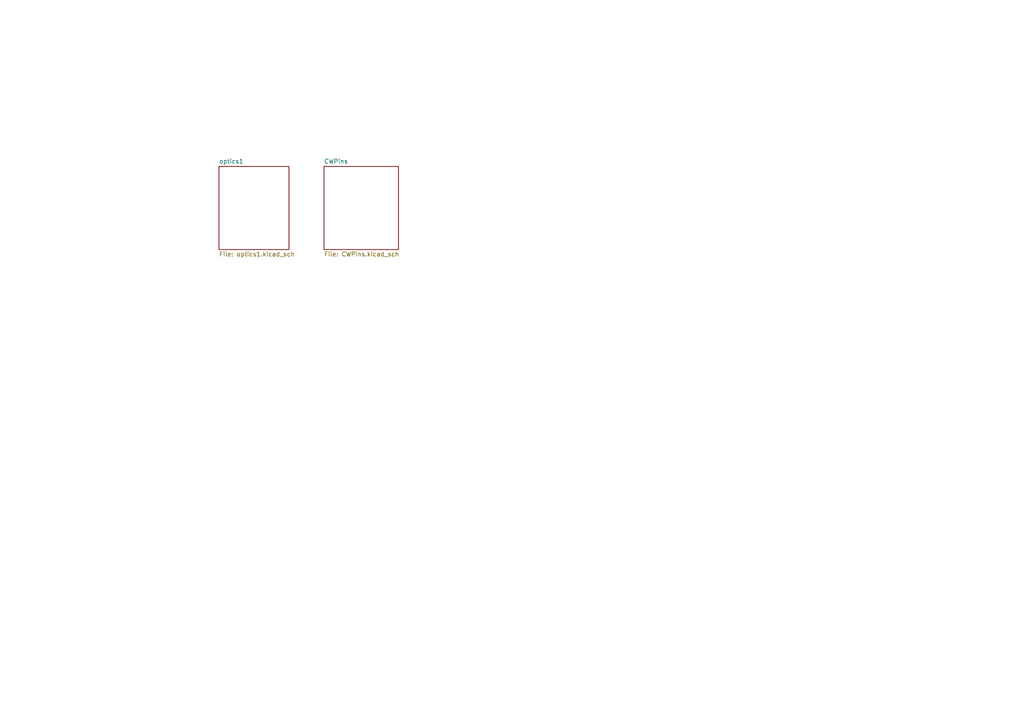
<source format=kicad_sch>
(kicad_sch
	(version 20231120)
	(generator "eeschema")
	(generator_version "8.0")
	(uuid "5790e14b-deb1-4080-a805-90258753cca1")
	(paper "A4")
	(lib_symbols)
	(sheet
		(at 93.98 48.26)
		(size 21.59 24.13)
		(fields_autoplaced yes)
		(stroke
			(width 0.1524)
			(type solid)
		)
		(fill
			(color 0 0 0 0.0000)
		)
		(uuid "0d1ab852-469f-4299-9bbd-7566fb3d3734")
		(property "Sheetname" "CWPins"
			(at 93.98 47.5484 0)
			(effects
				(font
					(size 1.27 1.27)
				)
				(justify left bottom)
			)
		)
		(property "Sheetfile" "CWPins.kicad_sch"
			(at 93.98 72.9746 0)
			(effects
				(font
					(size 1.27 1.27)
				)
				(justify left top)
			)
		)
		(instances
			(project "cw_optics_cwside"
				(path "/5790e14b-deb1-4080-a805-90258753cca1"
					(page "3")
				)
			)
		)
	)
	(sheet
		(at 63.5 48.26)
		(size 20.32 24.13)
		(fields_autoplaced yes)
		(stroke
			(width 0.1524)
			(type solid)
		)
		(fill
			(color 0 0 0 0.0000)
		)
		(uuid "d10b5882-9773-49df-862f-8865efa4d560")
		(property "Sheetname" "optics1"
			(at 63.5 47.5484 0)
			(effects
				(font
					(size 1.27 1.27)
				)
				(justify left bottom)
			)
		)
		(property "Sheetfile" "optics1.kicad_sch"
			(at 63.5 72.9746 0)
			(effects
				(font
					(size 1.27 1.27)
				)
				(justify left top)
			)
		)
		(instances
			(project "cw_optics_cwside"
				(path "/5790e14b-deb1-4080-a805-90258753cca1"
					(page "2")
				)
			)
		)
	)
	(sheet_instances
		(path "/"
			(page "1")
		)
	)
)
</source>
